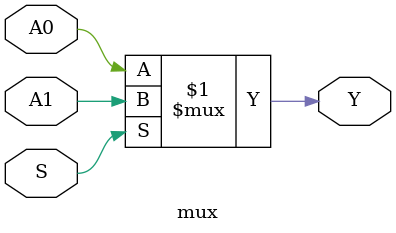
<source format=sv>
`timescale 1ns / 1ps


module mux(input logic A1,A0,S,
           output logic Y  );
           
  assign Y = (S)?A1:A0;
endmodule

</source>
